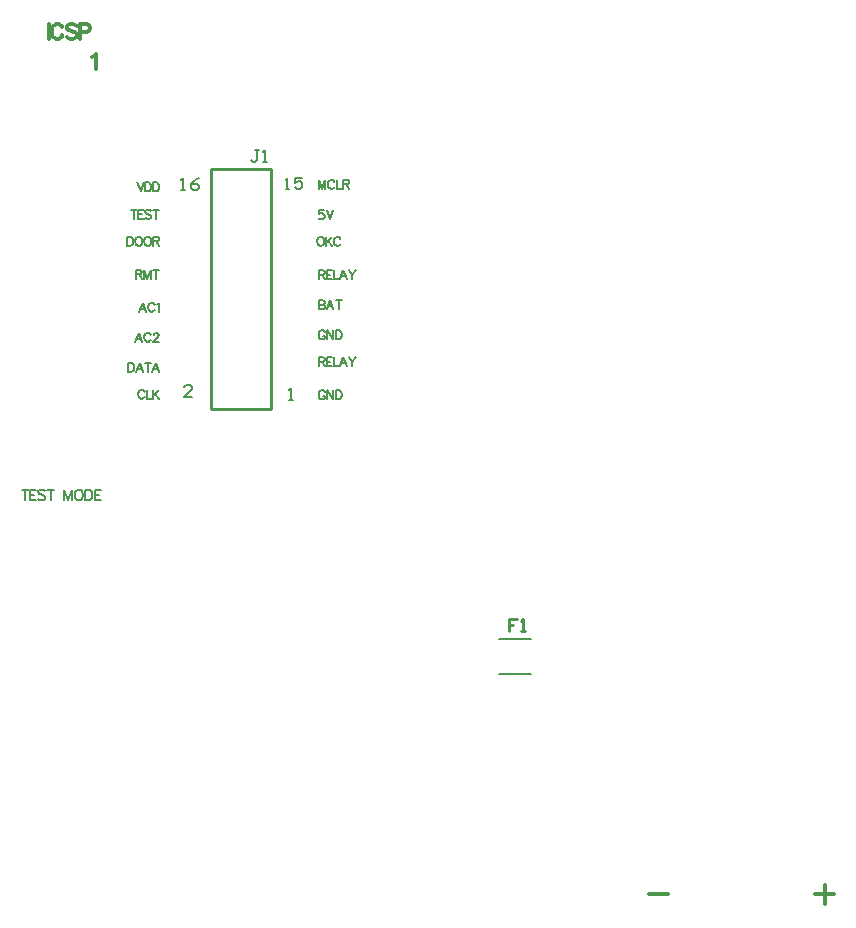
<source format=gto>
G04 Layer_Color=65535*
%FSAX24Y24*%
%MOIN*%
G70*
G01*
G75*
%ADD13C,0.0120*%
%ADD26C,0.0100*%
%ADD29C,0.0079*%
%ADD30C,0.0070*%
%ADD31C,0.0080*%
D13*
X-007800Y002581D02*
X-008443D01*
X-002581Y002903D02*
Y002260D01*
X-002260Y002581D02*
X-002903D01*
X-028450Y031600D02*
Y031100D01*
X-027988Y031481D02*
X-028012Y031528D01*
X-028060Y031576D01*
X-028107Y031600D01*
X-028202D01*
X-028250Y031576D01*
X-028298Y031528D01*
X-028321Y031481D01*
X-028345Y031409D01*
Y031290D01*
X-028321Y031219D01*
X-028298Y031171D01*
X-028250Y031124D01*
X-028202Y031100D01*
X-028107D01*
X-028060Y031124D01*
X-028012Y031171D01*
X-027988Y031219D01*
X-027514Y031528D02*
X-027562Y031576D01*
X-027634Y031600D01*
X-027729D01*
X-027800Y031576D01*
X-027848Y031528D01*
Y031481D01*
X-027824Y031433D01*
X-027800Y031409D01*
X-027753Y031386D01*
X-027610Y031338D01*
X-027562Y031314D01*
X-027538Y031290D01*
X-027514Y031243D01*
Y031171D01*
X-027562Y031124D01*
X-027634Y031100D01*
X-027729D01*
X-027800Y031124D01*
X-027848Y031171D01*
X-027403Y031338D02*
X-027188D01*
X-027117Y031362D01*
X-027093Y031386D01*
X-027069Y031433D01*
Y031505D01*
X-027093Y031552D01*
X-027117Y031576D01*
X-027188Y031600D01*
X-027403D01*
Y031100D01*
X-027000Y030505D02*
X-026952Y030528D01*
X-026881Y030600D01*
Y030100D01*
D26*
X-023050Y026750D02*
X-021050D01*
X-023050Y018750D02*
Y026750D01*
Y018750D02*
X-021050D01*
Y026750D01*
X-012833Y011750D02*
X-013100D01*
Y011550D01*
X-012967D01*
X-013100D01*
Y011350D01*
X-012700D02*
X-012567D01*
X-012633D01*
Y011750D01*
X-012700Y011683D01*
D29*
X-013432Y009919D02*
X-012369D01*
X-013432Y011081D02*
X-012369D01*
X-029233Y016065D02*
Y015715D01*
X-029350Y016065D02*
X-029117D01*
X-028858D02*
X-029075D01*
Y015715D01*
X-028858D01*
X-029075Y015898D02*
X-028942D01*
X-028567Y016015D02*
X-028600Y016048D01*
X-028650Y016065D01*
X-028717D01*
X-028767Y016048D01*
X-028800Y016015D01*
Y015982D01*
X-028783Y015948D01*
X-028767Y015932D01*
X-028733Y015915D01*
X-028633Y015882D01*
X-028600Y015865D01*
X-028584Y015848D01*
X-028567Y015815D01*
Y015765D01*
X-028600Y015732D01*
X-028650Y015715D01*
X-028717D01*
X-028767Y015732D01*
X-028800Y015765D01*
X-028372Y016065D02*
Y015715D01*
X-028489Y016065D02*
X-028255D01*
X-027939D02*
Y015715D01*
Y016065D02*
X-027805Y015715D01*
X-027672Y016065D02*
X-027805Y015715D01*
X-027672Y016065D02*
Y015715D01*
X-027472Y016065D02*
X-027505Y016048D01*
X-027539Y016015D01*
X-027555Y015982D01*
X-027572Y015932D01*
Y015848D01*
X-027555Y015798D01*
X-027539Y015765D01*
X-027505Y015732D01*
X-027472Y015715D01*
X-027405D01*
X-027372Y015732D01*
X-027339Y015765D01*
X-027322Y015798D01*
X-027305Y015848D01*
Y015932D01*
X-027322Y015982D01*
X-027339Y016015D01*
X-027372Y016048D01*
X-027405Y016065D01*
X-027472D01*
X-027224D02*
Y015715D01*
Y016065D02*
X-027107D01*
X-027057Y016048D01*
X-027024Y016015D01*
X-027007Y015982D01*
X-026991Y015932D01*
Y015848D01*
X-027007Y015798D01*
X-027024Y015765D01*
X-027057Y015732D01*
X-027107Y015715D01*
X-027224D01*
X-026696Y016065D02*
X-026912D01*
Y015715D01*
X-026696D01*
X-026912Y015898D02*
X-026779D01*
D30*
X-024050Y026050D02*
X-023917D01*
X-023983D01*
Y026450D01*
X-024050Y026383D01*
X-023450Y026450D02*
X-023583Y026383D01*
X-023717Y026250D01*
Y026117D01*
X-023650Y026050D01*
X-023517D01*
X-023450Y026117D01*
Y026183D01*
X-023517Y026250D01*
X-023717D01*
X-020550Y026100D02*
X-020427D01*
X-020488D01*
Y026470D01*
X-020550Y026408D01*
X-019995Y026470D02*
X-020242D01*
Y026285D01*
X-020118Y026347D01*
X-020057D01*
X-019995Y026285D01*
Y026162D01*
X-020057Y026100D01*
X-020180D01*
X-020242Y026162D01*
X-023683Y019150D02*
X-023950D01*
X-023683Y019417D01*
Y019483D01*
X-023750Y019550D01*
X-023883D01*
X-023950Y019483D01*
X-020450Y019050D02*
X-020317D01*
X-020383D01*
Y019450D01*
X-020450Y019383D01*
D31*
X-021433Y027400D02*
X-021567D01*
X-021500D01*
Y027067D01*
X-021567Y027000D01*
X-021633D01*
X-021700Y027067D01*
X-021300Y027000D02*
X-021167D01*
X-021233D01*
Y027400D01*
X-021300Y027333D01*
X-019450Y023387D02*
Y023088D01*
Y023387D02*
X-019321D01*
X-019279Y023373D01*
X-019264Y023359D01*
X-019250Y023330D01*
Y023302D01*
X-019264Y023273D01*
X-019279Y023259D01*
X-019321Y023245D01*
X-019450D01*
X-019350D02*
X-019250Y023088D01*
X-018997Y023387D02*
X-019183D01*
Y023088D01*
X-018997D01*
X-019183Y023245D02*
X-019069D01*
X-018947Y023387D02*
Y023088D01*
X-018776D01*
X-018514D02*
X-018629Y023387D01*
X-018743Y023088D01*
X-018700Y023188D02*
X-018557D01*
X-018444Y023387D02*
X-018330Y023245D01*
Y023088D01*
X-018216Y023387D02*
X-018330Y023245D01*
X-019236Y021316D02*
X-019250Y021345D01*
X-019279Y021373D01*
X-019307Y021387D01*
X-019364D01*
X-019393Y021373D01*
X-019421Y021345D01*
X-019436Y021316D01*
X-019450Y021273D01*
Y021202D01*
X-019436Y021159D01*
X-019421Y021130D01*
X-019393Y021102D01*
X-019364Y021088D01*
X-019307D01*
X-019279Y021102D01*
X-019250Y021130D01*
X-019236Y021159D01*
Y021202D01*
X-019307D02*
X-019236D01*
X-019167Y021387D02*
Y021088D01*
Y021387D02*
X-018967Y021088D01*
Y021387D02*
Y021088D01*
X-018884Y021387D02*
Y021088D01*
Y021387D02*
X-018784D01*
X-018742Y021373D01*
X-018713Y021345D01*
X-018699Y021316D01*
X-018684Y021273D01*
Y021202D01*
X-018699Y021159D01*
X-018713Y021130D01*
X-018742Y021102D01*
X-018784Y021088D01*
X-018884D01*
X-019279Y025387D02*
X-019421D01*
X-019436Y025259D01*
X-019421Y025273D01*
X-019379Y025287D01*
X-019336D01*
X-019293Y025273D01*
X-019264Y025245D01*
X-019250Y025202D01*
Y025173D01*
X-019264Y025130D01*
X-019293Y025102D01*
X-019336Y025088D01*
X-019379D01*
X-019421Y025102D01*
X-019436Y025116D01*
X-019450Y025145D01*
X-019183Y025387D02*
X-019069Y025088D01*
X-018954Y025387D02*
X-019069Y025088D01*
X-019414Y024500D02*
X-019443Y024486D01*
X-019471Y024457D01*
X-019486Y024429D01*
X-019500Y024386D01*
Y024314D01*
X-019486Y024271D01*
X-019471Y024243D01*
X-019443Y024214D01*
X-019414Y024200D01*
X-019357D01*
X-019329Y024214D01*
X-019300Y024243D01*
X-019286Y024271D01*
X-019271Y024314D01*
Y024386D01*
X-019286Y024429D01*
X-019300Y024457D01*
X-019329Y024486D01*
X-019357Y024500D01*
X-019414D01*
X-019201D02*
Y024200D01*
X-019002Y024500D02*
X-019201Y024300D01*
X-019130Y024371D02*
X-019002Y024200D01*
X-018720Y024429D02*
X-018734Y024457D01*
X-018763Y024486D01*
X-018792Y024500D01*
X-018849D01*
X-018877Y024486D01*
X-018906Y024457D01*
X-018920Y024429D01*
X-018934Y024386D01*
Y024314D01*
X-018920Y024271D01*
X-018906Y024243D01*
X-018877Y024214D01*
X-018849Y024200D01*
X-018792D01*
X-018763Y024214D01*
X-018734Y024243D01*
X-018720Y024271D01*
X-025600Y025400D02*
Y025100D01*
X-025700Y025400D02*
X-025500D01*
X-025279D02*
X-025464D01*
Y025100D01*
X-025279D01*
X-025464Y025257D02*
X-025350D01*
X-025029Y025357D02*
X-025057Y025386D01*
X-025100Y025400D01*
X-025157D01*
X-025200Y025386D01*
X-025229Y025357D01*
Y025329D01*
X-025214Y025300D01*
X-025200Y025286D01*
X-025172Y025271D01*
X-025086Y025243D01*
X-025057Y025229D01*
X-025043Y025214D01*
X-025029Y025186D01*
Y025143D01*
X-025057Y025114D01*
X-025100Y025100D01*
X-025157D01*
X-025200Y025114D01*
X-025229Y025143D01*
X-024862Y025400D02*
Y025100D01*
X-024962Y025400D02*
X-024762D01*
X-025826Y024500D02*
Y024200D01*
Y024500D02*
X-025726D01*
X-025683Y024486D01*
X-025654Y024457D01*
X-025640Y024429D01*
X-025626Y024386D01*
Y024314D01*
X-025640Y024271D01*
X-025654Y024243D01*
X-025683Y024214D01*
X-025726Y024200D01*
X-025826D01*
X-025473Y024500D02*
X-025501Y024486D01*
X-025530Y024457D01*
X-025544Y024429D01*
X-025559Y024386D01*
Y024314D01*
X-025544Y024271D01*
X-025530Y024243D01*
X-025501Y024214D01*
X-025473Y024200D01*
X-025416D01*
X-025387Y024214D01*
X-025359Y024243D01*
X-025344Y024271D01*
X-025330Y024314D01*
Y024386D01*
X-025344Y024429D01*
X-025359Y024457D01*
X-025387Y024486D01*
X-025416Y024500D01*
X-025473D01*
X-025174D02*
X-025203Y024486D01*
X-025232Y024457D01*
X-025246Y024429D01*
X-025260Y024386D01*
Y024314D01*
X-025246Y024271D01*
X-025232Y024243D01*
X-025203Y024214D01*
X-025174Y024200D01*
X-025117D01*
X-025089Y024214D01*
X-025060Y024243D01*
X-025046Y024271D01*
X-025032Y024314D01*
Y024386D01*
X-025046Y024429D01*
X-025060Y024457D01*
X-025089Y024486D01*
X-025117Y024500D01*
X-025174D01*
X-024962D02*
Y024200D01*
Y024500D02*
X-024833D01*
X-024790Y024486D01*
X-024776Y024471D01*
X-024762Y024443D01*
Y024414D01*
X-024776Y024386D01*
X-024790Y024371D01*
X-024833Y024357D01*
X-024962D01*
X-024862D02*
X-024762Y024200D01*
X-019450Y026400D02*
Y026100D01*
Y026400D02*
X-019336Y026100D01*
X-019221Y026400D02*
X-019336Y026100D01*
X-019221Y026400D02*
Y026100D01*
X-018922Y026329D02*
X-018936Y026357D01*
X-018964Y026386D01*
X-018993Y026400D01*
X-019050D01*
X-019079Y026386D01*
X-019107Y026357D01*
X-019122Y026329D01*
X-019136Y026286D01*
Y026214D01*
X-019122Y026171D01*
X-019107Y026143D01*
X-019079Y026114D01*
X-019050Y026100D01*
X-018993D01*
X-018964Y026114D01*
X-018936Y026143D01*
X-018922Y026171D01*
X-018837Y026400D02*
Y026100D01*
X-018666D01*
X-018633Y026400D02*
Y026100D01*
Y026400D02*
X-018504D01*
X-018462Y026386D01*
X-018447Y026371D01*
X-018433Y026343D01*
Y026314D01*
X-018447Y026286D01*
X-018462Y026271D01*
X-018504Y026257D01*
X-018633D01*
X-018533D02*
X-018433Y026100D01*
X-025330Y021005D02*
X-025444Y021305D01*
X-025559Y021005D01*
X-025516Y021105D02*
X-025373D01*
X-025046Y021233D02*
X-025060Y021262D01*
X-025089Y021290D01*
X-025117Y021305D01*
X-025174D01*
X-025203Y021290D01*
X-025232Y021262D01*
X-025246Y021233D01*
X-025260Y021190D01*
Y021119D01*
X-025246Y021076D01*
X-025232Y021047D01*
X-025203Y021019D01*
X-025174Y021005D01*
X-025117D01*
X-025089Y021019D01*
X-025060Y021047D01*
X-025046Y021076D01*
X-024947Y021233D02*
Y021247D01*
X-024933Y021276D01*
X-024919Y021290D01*
X-024890Y021305D01*
X-024833D01*
X-024804Y021290D01*
X-024790Y021276D01*
X-024776Y021247D01*
Y021219D01*
X-024790Y021190D01*
X-024819Y021147D01*
X-024962Y021005D01*
X-024762D01*
X-025202Y022005D02*
X-025316Y022305D01*
X-025430Y022005D01*
X-025387Y022105D02*
X-025244D01*
X-024917Y022233D02*
X-024932Y022262D01*
X-024960Y022290D01*
X-024989Y022305D01*
X-025046D01*
X-025074Y022290D01*
X-025103Y022262D01*
X-025117Y022233D01*
X-025132Y022190D01*
Y022119D01*
X-025117Y022076D01*
X-025103Y022048D01*
X-025074Y022019D01*
X-025046Y022005D01*
X-024989D01*
X-024960Y022019D01*
X-024932Y022048D01*
X-024917Y022076D01*
X-024833Y022247D02*
X-024804Y022262D01*
X-024762Y022305D01*
Y022005D01*
X-019450Y020487D02*
Y020188D01*
Y020487D02*
X-019321D01*
X-019279Y020473D01*
X-019264Y020459D01*
X-019250Y020430D01*
Y020402D01*
X-019264Y020373D01*
X-019279Y020359D01*
X-019321Y020345D01*
X-019450D01*
X-019350D02*
X-019250Y020188D01*
X-018997Y020487D02*
X-019183D01*
Y020188D01*
X-018997D01*
X-019183Y020345D02*
X-019069D01*
X-018947Y020487D02*
Y020188D01*
X-018776D01*
X-018514D02*
X-018629Y020487D01*
X-018743Y020188D01*
X-018700Y020288D02*
X-018557D01*
X-018444Y020487D02*
X-018330Y020345D01*
Y020188D01*
X-018216Y020487D02*
X-018330Y020345D01*
X-025543Y023400D02*
Y023100D01*
Y023400D02*
X-025414D01*
X-025371Y023386D01*
X-025357Y023371D01*
X-025343Y023343D01*
Y023314D01*
X-025357Y023286D01*
X-025371Y023271D01*
X-025414Y023257D01*
X-025543D01*
X-025443D02*
X-025343Y023100D01*
X-025276Y023400D02*
Y023100D01*
Y023400D02*
X-025162Y023100D01*
X-025047Y023400D02*
X-025162Y023100D01*
X-025047Y023400D02*
Y023100D01*
X-024862Y023400D02*
Y023100D01*
X-024962Y023400D02*
X-024762D01*
X-019236Y019316D02*
X-019250Y019345D01*
X-019279Y019373D01*
X-019307Y019387D01*
X-019364D01*
X-019393Y019373D01*
X-019421Y019345D01*
X-019436Y019316D01*
X-019450Y019273D01*
Y019202D01*
X-019436Y019159D01*
X-019421Y019130D01*
X-019393Y019102D01*
X-019364Y019088D01*
X-019307D01*
X-019279Y019102D01*
X-019250Y019130D01*
X-019236Y019159D01*
Y019202D01*
X-019307D02*
X-019236D01*
X-019167Y019387D02*
Y019088D01*
Y019387D02*
X-018967Y019088D01*
Y019387D02*
Y019088D01*
X-018884Y019387D02*
Y019088D01*
Y019387D02*
X-018784D01*
X-018742Y019373D01*
X-018713Y019345D01*
X-018699Y019316D01*
X-018684Y019273D01*
Y019202D01*
X-018699Y019159D01*
X-018713Y019130D01*
X-018742Y019102D01*
X-018784Y019088D01*
X-018884D01*
X-019450Y022387D02*
Y022088D01*
Y022387D02*
X-019321D01*
X-019279Y022373D01*
X-019264Y022359D01*
X-019250Y022330D01*
Y022302D01*
X-019264Y022273D01*
X-019279Y022259D01*
X-019321Y022245D01*
X-019450D02*
X-019321D01*
X-019279Y022230D01*
X-019264Y022216D01*
X-019250Y022188D01*
Y022145D01*
X-019264Y022116D01*
X-019279Y022102D01*
X-019321Y022088D01*
X-019450D01*
X-018954D02*
X-019069Y022387D01*
X-019183Y022088D01*
X-019140Y022188D02*
X-018997D01*
X-018784Y022387D02*
Y022088D01*
X-018884Y022387D02*
X-018684D01*
X-025250Y019333D02*
X-025264Y019362D01*
X-025293Y019390D01*
X-025322Y019405D01*
X-025379D01*
X-025407Y019390D01*
X-025436Y019362D01*
X-025450Y019333D01*
X-025464Y019290D01*
Y019219D01*
X-025450Y019176D01*
X-025436Y019147D01*
X-025407Y019119D01*
X-025379Y019105D01*
X-025322D01*
X-025293Y019119D01*
X-025264Y019147D01*
X-025250Y019176D01*
X-025166Y019405D02*
Y019105D01*
X-024994D01*
X-024962Y019405D02*
Y019105D01*
X-024762Y019405D02*
X-024962Y019205D01*
X-024890Y019276D02*
X-024762Y019105D01*
X-025791Y020305D02*
Y020005D01*
Y020305D02*
X-025691D01*
X-025649Y020290D01*
X-025620Y020262D01*
X-025606Y020233D01*
X-025591Y020190D01*
Y020119D01*
X-025606Y020076D01*
X-025620Y020048D01*
X-025649Y020019D01*
X-025691Y020005D01*
X-025791D01*
X-025296D02*
X-025410Y020305D01*
X-025524Y020005D01*
X-025481Y020105D02*
X-025339D01*
X-025126Y020305D02*
Y020005D01*
X-025226Y020305D02*
X-025026D01*
X-024762Y020005D02*
X-024876Y020305D01*
X-024990Y020005D01*
X-024947Y020105D02*
X-024804D01*
X-025496Y026317D02*
X-025382Y026017D01*
X-025267Y026317D02*
X-025382Y026017D01*
X-025229Y026317D02*
Y026017D01*
Y026317D02*
X-025129D01*
X-025086Y026303D01*
X-025057Y026274D01*
X-025043Y026246D01*
X-025029Y026203D01*
Y026131D01*
X-025043Y026089D01*
X-025057Y026060D01*
X-025086Y026031D01*
X-025129Y026017D01*
X-025229D01*
X-024962Y026317D02*
Y026017D01*
Y026317D02*
X-024862D01*
X-024819Y026303D01*
X-024790Y026274D01*
X-024776Y026246D01*
X-024762Y026203D01*
Y026131D01*
X-024776Y026089D01*
X-024790Y026060D01*
X-024819Y026031D01*
X-024862Y026017D01*
X-024962D01*
M02*

</source>
